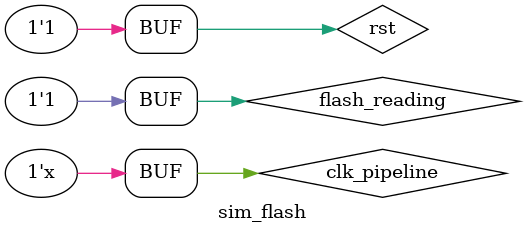
<source format=v>
`timescale 1ns / 1ps

module sim_flash();

wire [2:0] flash_state;
wire flash_cnt_begin;
reg flash_reading;
wire flash_read_done;
wire flash_s;
wire [3:0] flash_dq;
reg [23:0] flash_addr;
wire [31:0] flash_data;
reg [5:0] flash_counter;
reg read_finished;
reg clk_pipeline;
reg rst;


spi_flash sf0(
    .clk(clk_pipeline),
    .rst(~rst),
    .send_dummy(1'b0),
    .spi_mode(2'b00),
    .read_or_write_sel(1'b1), // read
    .addr_in(flash_addr),
    .button(flash_reading), // posedge to evoke a read
    .read_done(flash_read_done),
    .write_done(),
    .EOS(),
    .dout2(),
    .word(flash_data),
    .debug_state(flash_state),
    .cnt_begin(flash_cnt_begin),
    .flash_initiating(flash_initiating),
    .s(flash_s),
    .c(),
    .DQ(flash_dq)
);

initial begin
    clk_pipeline = 0;
    rst = 1;
    #10;
    rst = 0;
    #10;
    rst = 1;
    flash_reading = 0;
    #10;
    flash_reading = 1;
end

always begin
    clk_pipeline = ~clk_pipeline;
    #5;
end

always @ (posedge clk_pipeline) begin
    if (~rst) begin
        flash_counter <= 5'd31;
        read_finished <= 1'b0;
    end
    else if (flash_reading) begin
        if (flash_reading && flash_counter == 5'd31) begin
            flash_counter <= 5'd0;
            read_finished <= 1'b0;
        end
        else if (flash_counter > 5'd10) begin
            if (flash_read_done) begin
                read_finished <= 1'b1;
                flash_counter <= 5'd31;
            end
        end
        else begin
            flash_counter <= flash_counter + 5'd1;
        end
    end
    else begin
        read_finished <= 0;
    end
end

wire flash_stall = flash_reading && ~read_finished;


endmodule

</source>
